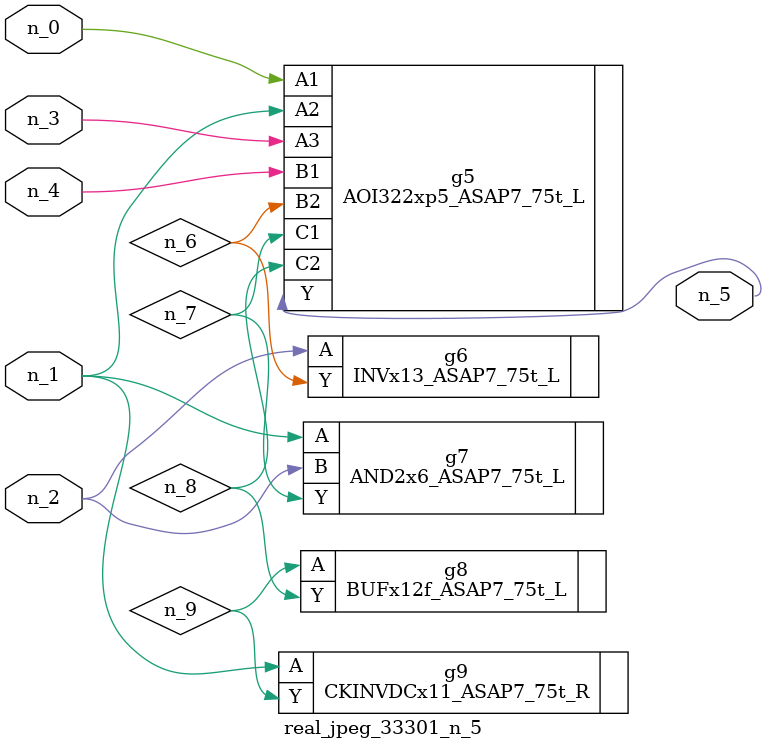
<source format=v>
module real_jpeg_33301_n_5 (n_4, n_0, n_1, n_2, n_3, n_5);

input n_4;
input n_0;
input n_1;
input n_2;
input n_3;

output n_5;

wire n_8;
wire n_6;
wire n_7;
wire n_9;

AOI322xp5_ASAP7_75t_L g5 ( 
.A1(n_0),
.A2(n_1),
.A3(n_3),
.B1(n_4),
.B2(n_6),
.C1(n_7),
.C2(n_8),
.Y(n_5)
);

AND2x6_ASAP7_75t_L g7 ( 
.A(n_1),
.B(n_2),
.Y(n_7)
);

CKINVDCx11_ASAP7_75t_R g9 ( 
.A(n_1),
.Y(n_9)
);

INVx13_ASAP7_75t_L g6 ( 
.A(n_2),
.Y(n_6)
);

BUFx12f_ASAP7_75t_L g8 ( 
.A(n_9),
.Y(n_8)
);


endmodule
</source>
